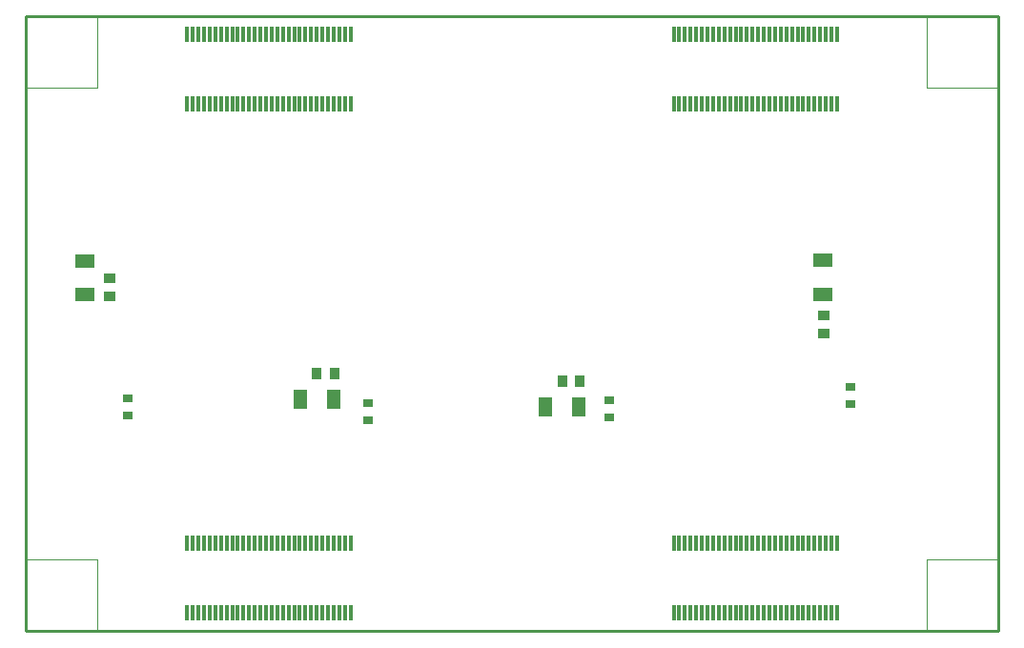
<source format=gtp>
G04 Layer_Color=8421504*
%FSLAX43Y43*%
%MOMM*%
G71*
G01*
G75*
%ADD11R,0.900X0.700*%
%ADD12R,1.800X1.150*%
%ADD13R,1.000X0.950*%
%ADD14R,0.305X1.448*%
%ADD15R,0.950X1.000*%
%ADD16R,1.150X1.800*%
%ADD19C,0.100*%
%ADD20C,0.254*%
D11*
X30350Y20275D02*
D03*
Y18775D02*
D03*
X73200Y21675D02*
D03*
Y20175D02*
D03*
X9025Y20650D02*
D03*
Y19150D02*
D03*
X51775Y20525D02*
D03*
Y19025D02*
D03*
D12*
X70800Y32950D02*
D03*
Y29950D02*
D03*
X5213Y32917D02*
D03*
Y29917D02*
D03*
D13*
X70850Y26425D02*
D03*
Y28025D02*
D03*
X7425Y31375D02*
D03*
Y29775D02*
D03*
D14*
X72033Y46832D02*
D03*
Y53004D02*
D03*
X71532Y46832D02*
D03*
Y53004D02*
D03*
X71033Y46832D02*
D03*
Y53004D02*
D03*
X70532Y46832D02*
D03*
Y53004D02*
D03*
X70032Y46832D02*
D03*
Y53004D02*
D03*
X69532Y46832D02*
D03*
Y53004D02*
D03*
X69032Y46832D02*
D03*
Y53004D02*
D03*
X68532Y46832D02*
D03*
Y53004D02*
D03*
X68032Y46832D02*
D03*
Y53004D02*
D03*
X67532Y46832D02*
D03*
Y53004D02*
D03*
X67032Y46832D02*
D03*
Y53004D02*
D03*
X66532Y46832D02*
D03*
Y53004D02*
D03*
X66032Y46832D02*
D03*
Y53004D02*
D03*
X65532Y46832D02*
D03*
Y53004D02*
D03*
X65032Y46832D02*
D03*
Y53004D02*
D03*
X64532Y46832D02*
D03*
Y53004D02*
D03*
X64032Y46832D02*
D03*
Y53004D02*
D03*
X63532Y46832D02*
D03*
Y53004D02*
D03*
X63032Y46832D02*
D03*
Y53004D02*
D03*
X62532Y46832D02*
D03*
Y53004D02*
D03*
X62032Y46832D02*
D03*
Y53004D02*
D03*
X61533Y46832D02*
D03*
Y53004D02*
D03*
X61032Y46832D02*
D03*
Y53004D02*
D03*
X60533Y46832D02*
D03*
Y53004D02*
D03*
X60032Y46832D02*
D03*
Y53004D02*
D03*
X59533Y46832D02*
D03*
Y53004D02*
D03*
X59032Y46832D02*
D03*
Y53004D02*
D03*
X58533Y46832D02*
D03*
Y53004D02*
D03*
X58032Y46832D02*
D03*
Y53004D02*
D03*
X57532Y46832D02*
D03*
Y53004D02*
D03*
X28828Y1612D02*
D03*
Y7784D02*
D03*
X28328Y1612D02*
D03*
Y7784D02*
D03*
X27828Y1612D02*
D03*
Y7784D02*
D03*
X27328Y1612D02*
D03*
Y7784D02*
D03*
X26827Y1612D02*
D03*
Y7784D02*
D03*
X26328Y1612D02*
D03*
Y7784D02*
D03*
X25827Y1612D02*
D03*
Y7784D02*
D03*
X25328Y1612D02*
D03*
Y7784D02*
D03*
X24827Y1612D02*
D03*
Y7784D02*
D03*
X24328Y1612D02*
D03*
Y7784D02*
D03*
X23828Y1612D02*
D03*
Y7784D02*
D03*
X23328Y1612D02*
D03*
Y7784D02*
D03*
X22828Y1612D02*
D03*
Y7784D02*
D03*
X22328Y1612D02*
D03*
Y7784D02*
D03*
X21828Y1612D02*
D03*
Y7784D02*
D03*
X21328Y1612D02*
D03*
Y7784D02*
D03*
X20828Y1612D02*
D03*
Y7784D02*
D03*
X20328Y1612D02*
D03*
Y7784D02*
D03*
X19828Y1612D02*
D03*
Y7784D02*
D03*
X19328Y1612D02*
D03*
Y7784D02*
D03*
X18828Y1612D02*
D03*
Y7784D02*
D03*
X18328Y1612D02*
D03*
Y7784D02*
D03*
X17828Y1612D02*
D03*
Y7784D02*
D03*
X17328Y1612D02*
D03*
Y7784D02*
D03*
X16828Y1612D02*
D03*
Y7784D02*
D03*
X16328Y1612D02*
D03*
Y7784D02*
D03*
X15828Y1612D02*
D03*
Y7784D02*
D03*
X15328Y1612D02*
D03*
Y7784D02*
D03*
X14828Y1612D02*
D03*
Y7784D02*
D03*
X14328Y1612D02*
D03*
Y7784D02*
D03*
X28828Y46832D02*
D03*
Y53004D02*
D03*
X28328Y46832D02*
D03*
Y53004D02*
D03*
X27828Y46832D02*
D03*
Y53004D02*
D03*
X27328Y46832D02*
D03*
Y53004D02*
D03*
X26827Y46832D02*
D03*
Y53004D02*
D03*
X26328Y46832D02*
D03*
Y53004D02*
D03*
X25827Y46832D02*
D03*
Y53004D02*
D03*
X25328Y46832D02*
D03*
Y53004D02*
D03*
X24827Y46832D02*
D03*
Y53004D02*
D03*
X24328Y46832D02*
D03*
Y53004D02*
D03*
X23828Y46832D02*
D03*
Y53004D02*
D03*
X23328Y46832D02*
D03*
Y53004D02*
D03*
X22828Y46832D02*
D03*
Y53004D02*
D03*
X22328Y46832D02*
D03*
Y53004D02*
D03*
X21828Y46832D02*
D03*
Y53004D02*
D03*
X21328Y46832D02*
D03*
Y53004D02*
D03*
X20828Y46832D02*
D03*
Y53004D02*
D03*
X20328Y46832D02*
D03*
Y53004D02*
D03*
X19828Y46832D02*
D03*
Y53004D02*
D03*
X19328Y46832D02*
D03*
Y53004D02*
D03*
X18828Y46832D02*
D03*
Y53004D02*
D03*
X18328Y46832D02*
D03*
Y53004D02*
D03*
X17828Y46832D02*
D03*
Y53004D02*
D03*
X17328Y46832D02*
D03*
Y53004D02*
D03*
X16828Y46832D02*
D03*
Y53004D02*
D03*
X16328Y46832D02*
D03*
Y53004D02*
D03*
X15828Y46832D02*
D03*
Y53004D02*
D03*
X15328Y46832D02*
D03*
Y53004D02*
D03*
X14828Y46832D02*
D03*
Y53004D02*
D03*
X14328Y46832D02*
D03*
Y53004D02*
D03*
X72033Y1612D02*
D03*
Y7784D02*
D03*
X71532Y1612D02*
D03*
Y7784D02*
D03*
X71033Y1612D02*
D03*
Y7784D02*
D03*
X70532Y1612D02*
D03*
Y7784D02*
D03*
X70032Y1612D02*
D03*
Y7784D02*
D03*
X69532Y1612D02*
D03*
Y7784D02*
D03*
X69032Y1612D02*
D03*
Y7784D02*
D03*
X68532Y1612D02*
D03*
Y7784D02*
D03*
X68032Y1612D02*
D03*
Y7784D02*
D03*
X67532Y1612D02*
D03*
Y7784D02*
D03*
X67032Y1612D02*
D03*
Y7784D02*
D03*
X66532Y1612D02*
D03*
Y7784D02*
D03*
X66032Y1612D02*
D03*
Y7784D02*
D03*
X65532Y1612D02*
D03*
Y7784D02*
D03*
X65032Y1612D02*
D03*
Y7784D02*
D03*
X64532Y1612D02*
D03*
Y7784D02*
D03*
X64032Y1612D02*
D03*
Y7784D02*
D03*
X63532Y1612D02*
D03*
Y7784D02*
D03*
X63032Y1612D02*
D03*
Y7784D02*
D03*
X62532Y1612D02*
D03*
Y7784D02*
D03*
X62032Y1612D02*
D03*
Y7784D02*
D03*
X61533Y1612D02*
D03*
Y7784D02*
D03*
X61032Y1612D02*
D03*
Y7784D02*
D03*
X60533Y1612D02*
D03*
Y7784D02*
D03*
X60032Y1612D02*
D03*
Y7784D02*
D03*
X59533Y1612D02*
D03*
Y7784D02*
D03*
X59032Y1612D02*
D03*
Y7784D02*
D03*
X58533Y1612D02*
D03*
Y7784D02*
D03*
X58032Y1612D02*
D03*
Y7784D02*
D03*
X57532Y1612D02*
D03*
Y7784D02*
D03*
D15*
X25842Y22862D02*
D03*
X27442D02*
D03*
X47625Y22200D02*
D03*
X49225D02*
D03*
D16*
X24350Y20600D02*
D03*
X27350D02*
D03*
X46100Y19950D02*
D03*
X49100D02*
D03*
D19*
X80010Y48260D02*
X86360D01*
X80010D02*
Y54610D01*
Y0D02*
Y6350D01*
X86360D01*
X0Y48260D02*
X6350D01*
Y54610D01*
Y0D02*
Y6350D01*
X0D02*
X6350D01*
D20*
X0Y54610D02*
X86360D01*
Y0D02*
Y54610D01*
X0Y0D02*
X86360D01*
X0D02*
Y54610D01*
M02*

</source>
